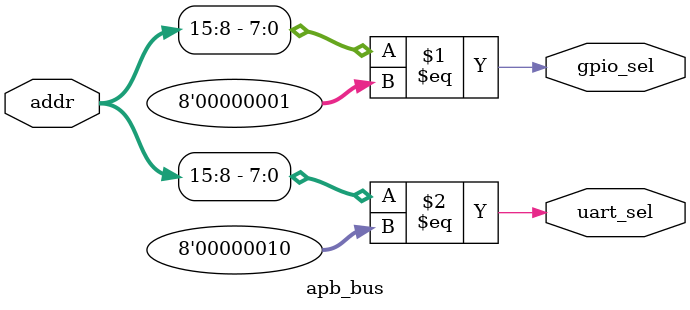
<source format=v>
module apb_bus (
    input  [31:0] addr,
    output        gpio_sel,
    output        uart_sel
);

    assign gpio_sel = (addr[15:8] == 8'h01); // 0x0100
    assign uart_sel = (addr[15:8] == 8'h02); // 0x0200

endmodule

</source>
